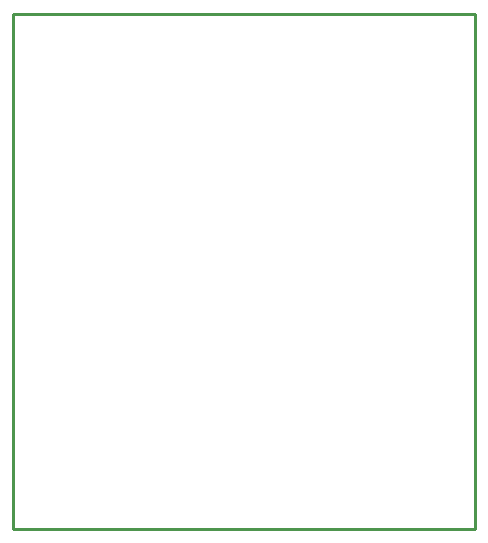
<source format=gko>
%FSLAX25Y25*%
%MOIN*%
G70*
G01*
G75*
G04 Layer_Color=16711935*
%ADD10P,0.05568X4X345.0*%
%ADD11R,0.03937X0.03937*%
%ADD12R,0.02362X0.04528*%
%ADD13P,0.05568X4X285.0*%
%ADD14R,0.04724X0.07677*%
%ADD15R,0.03740X0.03937*%
G04:AMPARAMS|DCode=16|XSize=74.8mil|YSize=74.8mil|CornerRadius=18.7mil|HoleSize=0mil|Usage=FLASHONLY|Rotation=270.000|XOffset=0mil|YOffset=0mil|HoleType=Round|Shape=RoundedRectangle|*
%AMROUNDEDRECTD16*
21,1,0.07480,0.03740,0,0,270.0*
21,1,0.03740,0.07480,0,0,270.0*
1,1,0.03740,-0.01870,-0.01870*
1,1,0.03740,-0.01870,0.01870*
1,1,0.03740,0.01870,0.01870*
1,1,0.03740,0.01870,-0.01870*
%
%ADD16ROUNDEDRECTD16*%
G04:AMPARAMS|DCode=17|XSize=15.75mil|YSize=53.15mil|CornerRadius=3.94mil|HoleSize=0mil|Usage=FLASHONLY|Rotation=270.000|XOffset=0mil|YOffset=0mil|HoleType=Round|Shape=RoundedRectangle|*
%AMROUNDEDRECTD17*
21,1,0.01575,0.04528,0,0,270.0*
21,1,0.00787,0.05315,0,0,270.0*
1,1,0.00787,-0.02264,-0.00394*
1,1,0.00787,-0.02264,0.00394*
1,1,0.00787,0.02264,0.00394*
1,1,0.00787,0.02264,-0.00394*
%
%ADD17ROUNDEDRECTD17*%
G04:AMPARAMS|DCode=18|XSize=70.87mil|YSize=74.8mil|CornerRadius=17.72mil|HoleSize=0mil|Usage=FLASHONLY|Rotation=270.000|XOffset=0mil|YOffset=0mil|HoleType=Round|Shape=RoundedRectangle|*
%AMROUNDEDRECTD18*
21,1,0.07087,0.03937,0,0,270.0*
21,1,0.03543,0.07480,0,0,270.0*
1,1,0.03543,-0.01969,-0.01772*
1,1,0.03543,-0.01969,0.01772*
1,1,0.03543,0.01969,0.01772*
1,1,0.03543,0.01969,-0.01772*
%
%ADD18ROUNDEDRECTD18*%
G04:AMPARAMS|DCode=19|XSize=82.68mil|YSize=62.99mil|CornerRadius=15.75mil|HoleSize=0mil|Usage=FLASHONLY|Rotation=270.000|XOffset=0mil|YOffset=0mil|HoleType=Round|Shape=RoundedRectangle|*
%AMROUNDEDRECTD19*
21,1,0.08268,0.03150,0,0,270.0*
21,1,0.05118,0.06299,0,0,270.0*
1,1,0.03150,-0.01575,-0.02559*
1,1,0.03150,-0.01575,0.02559*
1,1,0.03150,0.01575,0.02559*
1,1,0.03150,0.01575,-0.02559*
%
%ADD19ROUNDEDRECTD19*%
%ADD20R,0.03937X0.03937*%
G04:AMPARAMS|DCode=21|XSize=83mil|YSize=55mil|CornerRadius=13.75mil|HoleSize=0mil|Usage=FLASHONLY|Rotation=180.000|XOffset=0mil|YOffset=0mil|HoleType=Round|Shape=RoundedRectangle|*
%AMROUNDEDRECTD21*
21,1,0.08300,0.02750,0,0,180.0*
21,1,0.05550,0.05500,0,0,180.0*
1,1,0.02750,-0.02775,0.01375*
1,1,0.02750,0.02775,0.01375*
1,1,0.02750,0.02775,-0.01375*
1,1,0.02750,-0.02775,-0.01375*
%
%ADD21ROUNDEDRECTD21*%
%ADD22R,0.04331X0.02559*%
%ADD23R,0.02559X0.04331*%
%ADD24C,0.02000*%
%ADD25C,0.01500*%
%ADD26C,0.01000*%
%ADD27C,0.06299*%
%ADD28R,0.05906X0.05906*%
%ADD29C,0.05906*%
%ADD30C,0.05000*%
G04:AMPARAMS|DCode=31|XSize=78.74mil|YSize=39.37mil|CornerRadius=7.87mil|HoleSize=0mil|Usage=FLASHONLY|Rotation=0.000|XOffset=0mil|YOffset=0mil|HoleType=Round|Shape=RoundedRectangle|*
%AMROUNDEDRECTD31*
21,1,0.07874,0.02362,0,0,0.0*
21,1,0.06299,0.03937,0,0,0.0*
1,1,0.01575,0.03150,-0.01181*
1,1,0.01575,-0.03150,-0.01181*
1,1,0.01575,-0.03150,0.01181*
1,1,0.01575,0.03150,0.01181*
%
%ADD31ROUNDEDRECTD31*%
G04:AMPARAMS|DCode=32|XSize=39.37mil|YSize=78.74mil|CornerRadius=7.87mil|HoleSize=0mil|Usage=FLASHONLY|Rotation=0.000|XOffset=0mil|YOffset=0mil|HoleType=Round|Shape=RoundedRectangle|*
%AMROUNDEDRECTD32*
21,1,0.03937,0.06299,0,0,0.0*
21,1,0.02362,0.07874,0,0,0.0*
1,1,0.01575,0.01181,-0.03150*
1,1,0.01575,-0.01181,-0.03150*
1,1,0.01575,-0.01181,0.03150*
1,1,0.01575,0.01181,0.03150*
%
%ADD32ROUNDEDRECTD32*%
%ADD33O,0.02165X0.06890*%
%ADD34O,0.06890X0.02165*%
%ADD35R,0.07874X0.08268*%
%ADD36R,0.10236X0.10630*%
%ADD37R,0.10630X0.08268*%
%ADD38R,0.08661X0.08268*%
%ADD39R,0.13780X0.03937*%
%ADD40R,0.13386X0.05906*%
%ADD41R,0.03937X0.03740*%
%ADD42C,0.00984*%
%ADD43C,0.00394*%
%ADD44C,0.00787*%
%ADD45C,0.00100*%
%ADD46P,0.06699X4X345.0*%
%ADD47R,0.04737X0.04737*%
%ADD48R,0.03162X0.05328*%
%ADD49P,0.06699X4X285.0*%
%ADD50R,0.05524X0.08477*%
%ADD51R,0.04540X0.04737*%
G04:AMPARAMS|DCode=52|XSize=82.8mil|YSize=82.8mil|CornerRadius=22.7mil|HoleSize=0mil|Usage=FLASHONLY|Rotation=270.000|XOffset=0mil|YOffset=0mil|HoleType=Round|Shape=RoundedRectangle|*
%AMROUNDEDRECTD52*
21,1,0.08280,0.03740,0,0,270.0*
21,1,0.03740,0.08280,0,0,270.0*
1,1,0.04540,-0.01870,-0.01870*
1,1,0.04540,-0.01870,0.01870*
1,1,0.04540,0.01870,0.01870*
1,1,0.04540,0.01870,-0.01870*
%
%ADD52ROUNDEDRECTD52*%
G04:AMPARAMS|DCode=53|XSize=23.75mil|YSize=61.15mil|CornerRadius=7.94mil|HoleSize=0mil|Usage=FLASHONLY|Rotation=270.000|XOffset=0mil|YOffset=0mil|HoleType=Round|Shape=RoundedRectangle|*
%AMROUNDEDRECTD53*
21,1,0.02375,0.04528,0,0,270.0*
21,1,0.00787,0.06115,0,0,270.0*
1,1,0.01587,-0.02264,-0.00394*
1,1,0.01587,-0.02264,0.00394*
1,1,0.01587,0.02264,0.00394*
1,1,0.01587,0.02264,-0.00394*
%
%ADD53ROUNDEDRECTD53*%
G04:AMPARAMS|DCode=54|XSize=78.87mil|YSize=82.8mil|CornerRadius=21.72mil|HoleSize=0mil|Usage=FLASHONLY|Rotation=270.000|XOffset=0mil|YOffset=0mil|HoleType=Round|Shape=RoundedRectangle|*
%AMROUNDEDRECTD54*
21,1,0.07887,0.03937,0,0,270.0*
21,1,0.03543,0.08280,0,0,270.0*
1,1,0.04343,-0.01969,-0.01772*
1,1,0.04343,-0.01969,0.01772*
1,1,0.04343,0.01969,0.01772*
1,1,0.04343,0.01969,-0.01772*
%
%ADD54ROUNDEDRECTD54*%
G04:AMPARAMS|DCode=55|XSize=90.68mil|YSize=70.99mil|CornerRadius=19.75mil|HoleSize=0mil|Usage=FLASHONLY|Rotation=270.000|XOffset=0mil|YOffset=0mil|HoleType=Round|Shape=RoundedRectangle|*
%AMROUNDEDRECTD55*
21,1,0.09068,0.03150,0,0,270.0*
21,1,0.05118,0.07099,0,0,270.0*
1,1,0.03950,-0.01575,-0.02559*
1,1,0.03950,-0.01575,0.02559*
1,1,0.03950,0.01575,0.02559*
1,1,0.03950,0.01575,-0.02559*
%
%ADD55ROUNDEDRECTD55*%
%ADD56R,0.04737X0.04737*%
G04:AMPARAMS|DCode=57|XSize=91mil|YSize=63mil|CornerRadius=17.75mil|HoleSize=0mil|Usage=FLASHONLY|Rotation=180.000|XOffset=0mil|YOffset=0mil|HoleType=Round|Shape=RoundedRectangle|*
%AMROUNDEDRECTD57*
21,1,0.09100,0.02750,0,0,180.0*
21,1,0.05550,0.06300,0,0,180.0*
1,1,0.03550,-0.02775,0.01375*
1,1,0.03550,0.02775,0.01375*
1,1,0.03550,0.02775,-0.01375*
1,1,0.03550,-0.02775,-0.01375*
%
%ADD57ROUNDEDRECTD57*%
%ADD58R,0.05131X0.03359*%
%ADD59R,0.03359X0.05131*%
%ADD60C,0.07099*%
%ADD61R,0.06706X0.06706*%
%ADD62C,0.06706*%
%ADD63C,0.05800*%
G04:AMPARAMS|DCode=64|XSize=86.74mil|YSize=47.37mil|CornerRadius=11.87mil|HoleSize=0mil|Usage=FLASHONLY|Rotation=0.000|XOffset=0mil|YOffset=0mil|HoleType=Round|Shape=RoundedRectangle|*
%AMROUNDEDRECTD64*
21,1,0.08674,0.02362,0,0,0.0*
21,1,0.06299,0.04737,0,0,0.0*
1,1,0.02375,0.03150,-0.01181*
1,1,0.02375,-0.03150,-0.01181*
1,1,0.02375,-0.03150,0.01181*
1,1,0.02375,0.03150,0.01181*
%
%ADD64ROUNDEDRECTD64*%
G04:AMPARAMS|DCode=65|XSize=47.37mil|YSize=86.74mil|CornerRadius=11.87mil|HoleSize=0mil|Usage=FLASHONLY|Rotation=0.000|XOffset=0mil|YOffset=0mil|HoleType=Round|Shape=RoundedRectangle|*
%AMROUNDEDRECTD65*
21,1,0.04737,0.06299,0,0,0.0*
21,1,0.02362,0.08674,0,0,0.0*
1,1,0.02375,0.01181,-0.03150*
1,1,0.02375,-0.01181,-0.03150*
1,1,0.02375,-0.01181,0.03150*
1,1,0.02375,0.01181,0.03150*
%
%ADD65ROUNDEDRECTD65*%
%ADD66O,0.02965X0.07690*%
%ADD67O,0.07690X0.02965*%
%ADD68R,0.08674X0.09068*%
%ADD69R,0.11036X0.11430*%
%ADD70R,0.11430X0.09068*%
%ADD71R,0.09461X0.09068*%
%ADD72R,0.14579X0.04737*%
%ADD73R,0.14186X0.06706*%
%ADD74R,0.04737X0.04540*%
%ADD75C,0.02362*%
D26*
X396500Y223500D02*
X550500D01*
X396500D02*
Y395000D01*
X550500D01*
Y223500D02*
Y395000D01*
M02*

</source>
